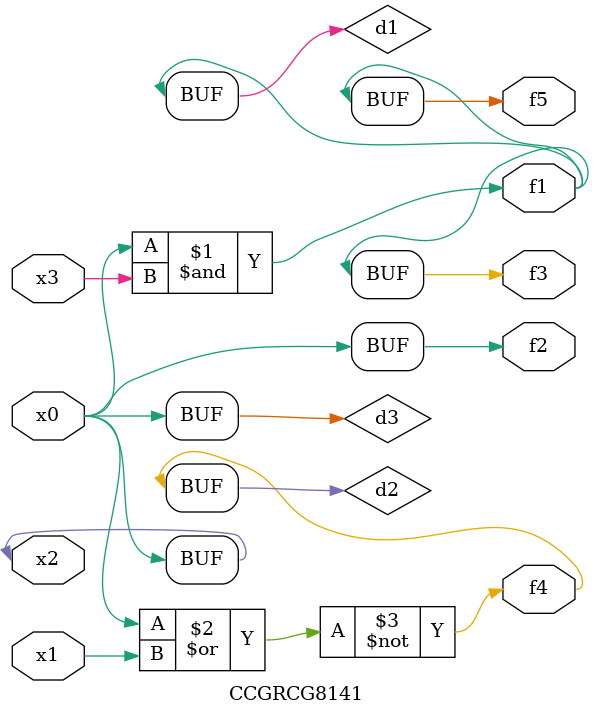
<source format=v>
module CCGRCG8141(
	input x0, x1, x2, x3,
	output f1, f2, f3, f4, f5
);

	wire d1, d2, d3;

	and (d1, x2, x3);
	nor (d2, x0, x1);
	buf (d3, x0, x2);
	assign f1 = d1;
	assign f2 = d3;
	assign f3 = d1;
	assign f4 = d2;
	assign f5 = d1;
endmodule

</source>
